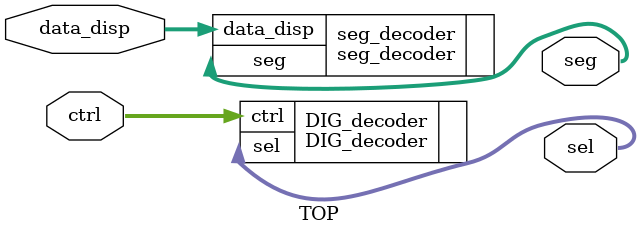
<source format=v>
module TOP(data_disp,ctrl,seg,sel);
    input [3:0] data_disp;
    input [2:0] ctrl;
    output [7:0] seg;
    output [5:0] sel;

    DIG_decoder DIG_decoder(
        .ctrl(ctrl),
        .sel(sel)
    );

    seg_decoder seg_decoder(
        .data_disp(data_disp),
        .seg(seg)
    );

endmodule
</source>
